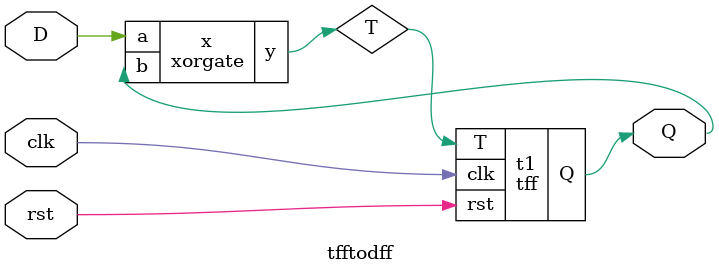
<source format=v>
module tff (input wire T, input wire clk, input wire rst, output reg Q);
always @(posedge clk )
	 begin  if (rst) 
                   Q <= 1'b0;  
                 else if (T)    Q <= ~Q;   // toggle  
	else    Q <= Q;    // hold
end
endmodule

module xorgate (y,a,b);
    input a,b;
    output y;
    assign y = a ^ b;
endmodule

module tfftodff (input wire D, input wire clk, input wire rst, output wire Q);
  wire T;
  xorgate x(T, D, Q);
  tff t1(T,clk,rst, Q);
endmodule
</source>
